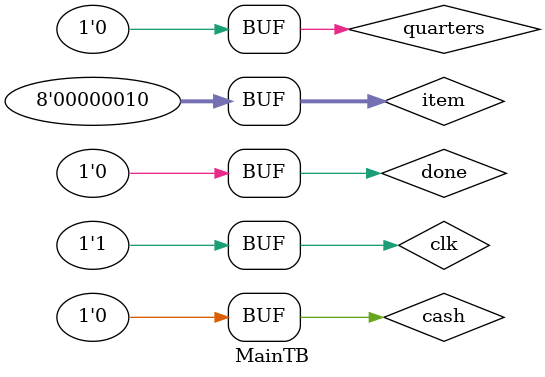
<source format=v>
`timescale 1ns / 1ps


module MainTB(

    );
    reg clk;
    reg inp;
    reg cash;
    reg credit;
    reg done;
    reg quarters;
    reg dollars;
    reg  [7:0] item;
    wire [3:0] change;
    wire [3:0] state;
    wire emptystatus;
    wire notenoughmoney;
    wire vend;
    
    Main U1(clk,inp,cash,credit,done,quarters,dollars,item,change,state,emptystatus,notenoughmoney,vend);

    always
      begin
        clk = 1'b0;
        #10;
        clk = 1'b1;
        #10;
      end

    initial begin
        //CREDIT TEST
        // credit = 1;
        // #1000;
        // credit = 0;
        // #100
        // item=8'b00000001;
        // #100;
        //  item=8'b00000010;
        // #100;

        //CASH TEST for exact change
        // cash = 1;
        // #1000;
        // cash = 0;
        // #100;
        // quarters = 1;
        // #100;
        // quarters = 0;
        // #100;
        // quarters = 1;
        // #100;
        // quarters = 0;
        // #100;
        // done = 1;
        // #10000;
        // done = 0;
        // #100;
        // item=8'b00000001; //empty item
        // #100;
        // item=8'b00000010; //not empty item

        //cash test for more than exact change 
        cash = 1;
        #1000;
        cash = 0;
        #100;
        quarters = 1;
        #100;
        quarters = 0;
        #100;
        quarters = 1;
        #100;
        quarters = 0;
        #100;
        quarters = 1;
        #100;
        quarters = 0;
        #100;
        done = 1;
        #10000;
        done = 0;
        #100;
        item=8'b00000001; //empty item
        #1000;
        item=8'b00000010; //not empty item

    end


endmodule

</source>
